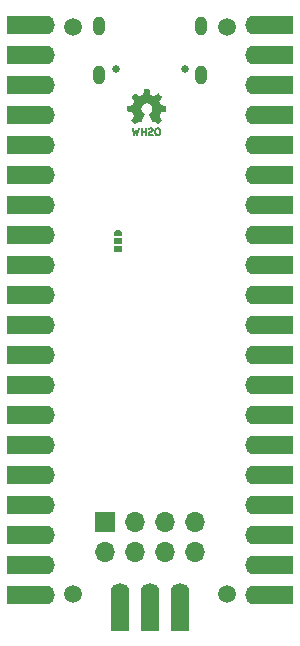
<source format=gbr>
%TF.GenerationSoftware,KiCad,Pcbnew,(6.0.9)*%
%TF.CreationDate,2023-01-07T18:48:54+05:30*%
%TF.ProjectId,Mitayi-Pico-RP2040,4d697461-7969-42d5-9069-636f2d525032,0.5*%
%TF.SameCoordinates,PX825e060PY6d4a840*%
%TF.FileFunction,Soldermask,Bot*%
%TF.FilePolarity,Negative*%
%FSLAX46Y46*%
G04 Gerber Fmt 4.6, Leading zero omitted, Abs format (unit mm)*
G04 Created by KiCad (PCBNEW (6.0.9)) date 2023-01-07 18:48:54*
%MOMM*%
%LPD*%
G01*
G04 APERTURE LIST*
G04 Aperture macros list*
%AMRoundRect*
0 Rectangle with rounded corners*
0 $1 Rounding radius*
0 $2 $3 $4 $5 $6 $7 $8 $9 X,Y pos of 4 corners*
0 Add a 4 corners polygon primitive as box body*
4,1,4,$2,$3,$4,$5,$6,$7,$8,$9,$2,$3,0*
0 Add four circle primitives for the rounded corners*
1,1,$1+$1,$2,$3*
1,1,$1+$1,$4,$5*
1,1,$1+$1,$6,$7*
1,1,$1+$1,$8,$9*
0 Add four rect primitives between the rounded corners*
20,1,$1+$1,$2,$3,$4,$5,0*
20,1,$1+$1,$4,$5,$6,$7,0*
20,1,$1+$1,$6,$7,$8,$9,0*
20,1,$1+$1,$8,$9,$2,$3,0*%
%AMOutline5P*
0 Free polygon, 5 corners , with rotation*
0 The origin of the aperture is its center*
0 number of corners: always 5*
0 $1 to $10 corner X, Y*
0 $11 Rotation angle, in degrees counterclockwise*
0 create outline with 5 corners*
4,1,5,$1,$2,$3,$4,$5,$6,$7,$8,$9,$10,$1,$2,$11*%
%AMOutline6P*
0 Free polygon, 6 corners , with rotation*
0 The origin of the aperture is its center*
0 number of corners: always 6*
0 $1 to $12 corner X, Y*
0 $13 Rotation angle, in degrees counterclockwise*
0 create outline with 6 corners*
4,1,6,$1,$2,$3,$4,$5,$6,$7,$8,$9,$10,$11,$12,$1,$2,$13*%
%AMOutline7P*
0 Free polygon, 7 corners , with rotation*
0 The origin of the aperture is its center*
0 number of corners: always 7*
0 $1 to $14 corner X, Y*
0 $15 Rotation angle, in degrees counterclockwise*
0 create outline with 7 corners*
4,1,7,$1,$2,$3,$4,$5,$6,$7,$8,$9,$10,$11,$12,$13,$14,$1,$2,$15*%
%AMOutline8P*
0 Free polygon, 8 corners , with rotation*
0 The origin of the aperture is its center*
0 number of corners: always 8*
0 $1 to $16 corner X, Y*
0 $17 Rotation angle, in degrees counterclockwise*
0 create outline with 8 corners*
4,1,8,$1,$2,$3,$4,$5,$6,$7,$8,$9,$10,$11,$12,$13,$14,$15,$16,$1,$2,$17*%
G04 Aperture macros list end*
%ADD10C,0.150000*%
%ADD11C,1.500000*%
%ADD12O,1.600000X1.700000*%
%ADD13R,1.600000X3.200000*%
%ADD14RoundRect,0.500000X0.000000X0.300000X0.000000X0.300000X0.000000X-0.300000X0.000000X-0.300000X0*%
%ADD15C,0.670000*%
%ADD16R,3.200000X1.600000*%
%ADD17O,1.700000X1.600000*%
%ADD18O,1.700000X1.700000*%
%ADD19R,1.700000X1.700000*%
%ADD20Outline6P,-0.290000X0.117000X-0.087000X0.320000X0.290000X0.320000X0.290000X-0.320000X-0.087000X-0.320000X-0.290000X-0.117000X270.000000*%
%ADD21R,0.640000X0.500000*%
%ADD22R,0.640000X0.580000*%
G04 APERTURE END LIST*
D10*
X11200000Y40928572D02*
X11085714Y40928572D01*
X11028571Y40900000D01*
X10971428Y40842858D01*
X10942857Y40728572D01*
X10942857Y40528572D01*
X10971428Y40414286D01*
X11028571Y40357143D01*
X11085714Y40328572D01*
X11200000Y40328572D01*
X11257142Y40357143D01*
X11314285Y40414286D01*
X11342857Y40528572D01*
X11342857Y40728572D01*
X11314285Y40842858D01*
X11257142Y40900000D01*
X11200000Y40928572D01*
X10714285Y40357143D02*
X10628571Y40328572D01*
X10485714Y40328572D01*
X10428571Y40357143D01*
X10400000Y40385715D01*
X10371428Y40442858D01*
X10371428Y40500000D01*
X10400000Y40557143D01*
X10428571Y40585715D01*
X10485714Y40614286D01*
X10600000Y40642858D01*
X10657142Y40671429D01*
X10685714Y40700000D01*
X10714285Y40757143D01*
X10714285Y40814286D01*
X10685714Y40871429D01*
X10657142Y40900000D01*
X10600000Y40928572D01*
X10457142Y40928572D01*
X10371428Y40900000D01*
X10114285Y40328572D02*
X10114285Y40928572D01*
X10114285Y40642858D02*
X9771428Y40642858D01*
X9771428Y40328572D02*
X9771428Y40928572D01*
X9542857Y40928572D02*
X9400000Y40328572D01*
X9285714Y40757143D01*
X9171428Y40328572D01*
X9028571Y40928572D01*
%TO.C,G\u002A\u002A\u002A*%
G36*
X10268110Y44218025D02*
G01*
X10308672Y44217517D01*
X10345646Y44216722D01*
X10377560Y44215640D01*
X10402942Y44214269D01*
X10420319Y44212607D01*
X10428217Y44210652D01*
X10430585Y44206918D01*
X10434582Y44195317D01*
X10439679Y44175606D01*
X10446001Y44147220D01*
X10453672Y44109591D01*
X10462818Y44062153D01*
X10473562Y44004340D01*
X10478758Y43976028D01*
X10488468Y43923412D01*
X10496543Y43880288D01*
X10503199Y43845695D01*
X10508651Y43818674D01*
X10513116Y43798264D01*
X10516811Y43783506D01*
X10519952Y43773438D01*
X10522755Y43767102D01*
X10525436Y43763536D01*
X10528212Y43761781D01*
X10528531Y43761652D01*
X10536484Y43758395D01*
X10553129Y43751563D01*
X10577089Y43741723D01*
X10606987Y43729438D01*
X10641446Y43715277D01*
X10679088Y43699803D01*
X10699391Y43691476D01*
X10738814Y43675490D01*
X10769724Y43663315D01*
X10793273Y43654557D01*
X10810615Y43648819D01*
X10822904Y43645707D01*
X10831294Y43644827D01*
X10836938Y43645783D01*
X10837178Y43645880D01*
X10845354Y43650526D01*
X10861455Y43660704D01*
X10884378Y43675681D01*
X10913022Y43694726D01*
X10946283Y43717104D01*
X10983060Y43742084D01*
X11022250Y43768934D01*
X11025876Y43771427D01*
X11064606Y43797960D01*
X11100592Y43822428D01*
X11132774Y43844125D01*
X11160091Y43862343D01*
X11181484Y43876374D01*
X11195892Y43885511D01*
X11202254Y43889047D01*
X11204995Y43888035D01*
X11215493Y43880153D01*
X11233000Y43864831D01*
X11257123Y43842437D01*
X11287467Y43813338D01*
X11323640Y43777905D01*
X11365248Y43736505D01*
X11366617Y43735134D01*
X11405988Y43695597D01*
X11438133Y43663047D01*
X11463723Y43636746D01*
X11483426Y43615954D01*
X11497912Y43599933D01*
X11507848Y43587942D01*
X11513903Y43579243D01*
X11516748Y43573097D01*
X11517050Y43568765D01*
X11517007Y43568586D01*
X11513021Y43560708D01*
X11503464Y43544895D01*
X11489053Y43522245D01*
X11470505Y43493855D01*
X11448538Y43460824D01*
X11423868Y43424249D01*
X11397212Y43385229D01*
X11371150Y43347026D01*
X11346019Y43309574D01*
X11323996Y43276110D01*
X11305733Y43247651D01*
X11291881Y43225212D01*
X11283091Y43209808D01*
X11280014Y43202455D01*
X11280689Y43198821D01*
X11285089Y43185285D01*
X11292995Y43164172D01*
X11303714Y43137097D01*
X11316557Y43105678D01*
X11330832Y43071532D01*
X11345847Y43036276D01*
X11360911Y43001527D01*
X11375332Y42968901D01*
X11388420Y42940016D01*
X11399482Y42916488D01*
X11407829Y42899936D01*
X11412767Y42891974D01*
X11416036Y42889687D01*
X11424893Y42886069D01*
X11439542Y42881770D01*
X11460838Y42876596D01*
X11489637Y42870357D01*
X11526794Y42862859D01*
X11573164Y42853912D01*
X11629603Y42843323D01*
X11651095Y42839316D01*
X11704753Y42829144D01*
X11748472Y42820556D01*
X11782984Y42813389D01*
X11809018Y42807481D01*
X11827308Y42802668D01*
X11838584Y42798789D01*
X11843578Y42795679D01*
X11844589Y42793650D01*
X11846318Y42785614D01*
X11847704Y42771542D01*
X11848774Y42750595D01*
X11849554Y42721931D01*
X11850071Y42684712D01*
X11850353Y42638097D01*
X11850426Y42581247D01*
X11850425Y42580020D01*
X11850316Y42533005D01*
X11850046Y42489158D01*
X11849638Y42449796D01*
X11849110Y42416238D01*
X11848485Y42389803D01*
X11847781Y42371809D01*
X11847021Y42363573D01*
X11846750Y42362557D01*
X11845539Y42358861D01*
X11843398Y42355630D01*
X11839331Y42352617D01*
X11832340Y42349572D01*
X11821430Y42346249D01*
X11805605Y42342400D01*
X11783868Y42337776D01*
X11755224Y42332131D01*
X11718675Y42325216D01*
X11673226Y42316785D01*
X11617880Y42306588D01*
X11599693Y42303224D01*
X11546233Y42293104D01*
X11503073Y42284518D01*
X11469711Y42277355D01*
X11445647Y42271502D01*
X11430383Y42266849D01*
X11423417Y42263285D01*
X11423383Y42263249D01*
X11418976Y42255636D01*
X11411291Y42239264D01*
X11400959Y42215710D01*
X11388613Y42186555D01*
X11374883Y42153377D01*
X11360402Y42117755D01*
X11345803Y42081269D01*
X11331716Y42045497D01*
X11318774Y42012019D01*
X11307609Y41982414D01*
X11298852Y41958261D01*
X11293136Y41941138D01*
X11291092Y41932626D01*
X11293899Y41926032D01*
X11302353Y41911300D01*
X11315752Y41889639D01*
X11333389Y41862149D01*
X11354555Y41829934D01*
X11378542Y41794096D01*
X11404644Y41755737D01*
X11429698Y41718930D01*
X11453787Y41682962D01*
X11475083Y41650571D01*
X11492879Y41622858D01*
X11506466Y41600926D01*
X11515138Y41585878D01*
X11518185Y41578818D01*
X11518084Y41578144D01*
X11512763Y41569540D01*
X11499417Y41553490D01*
X11478121Y41530076D01*
X11448951Y41499380D01*
X11411984Y41461483D01*
X11367296Y41416468D01*
X11354128Y41403315D01*
X11311142Y41360757D01*
X11275545Y41326178D01*
X11247222Y41299472D01*
X11226057Y41280529D01*
X11211932Y41269242D01*
X11204733Y41265504D01*
X11198798Y41267922D01*
X11184518Y41276007D01*
X11163266Y41289083D01*
X11136160Y41306433D01*
X11104315Y41327342D01*
X11068849Y41351092D01*
X11030880Y41376968D01*
X10997054Y41400040D01*
X10961249Y41424059D01*
X10928938Y41445314D01*
X10901237Y41463087D01*
X10879264Y41476664D01*
X10864138Y41485329D01*
X10856974Y41488366D01*
X10854053Y41487817D01*
X10841507Y41483113D01*
X10822241Y41474376D01*
X10798285Y41462553D01*
X10771669Y41448591D01*
X10766589Y41445864D01*
X10737587Y41430926D01*
X10714017Y41419898D01*
X10697233Y41413378D01*
X10688590Y41411961D01*
X10684980Y41416359D01*
X10677577Y41430067D01*
X10666550Y41453203D01*
X10651835Y41485915D01*
X10633366Y41528352D01*
X10611077Y41580665D01*
X10584902Y41643002D01*
X10554775Y41715512D01*
X10529544Y41776498D01*
X10501792Y41843595D01*
X10477795Y41901660D01*
X10457289Y41951360D01*
X10440009Y41993364D01*
X10425691Y42028339D01*
X10414071Y42056952D01*
X10404882Y42079871D01*
X10397862Y42097763D01*
X10392745Y42111297D01*
X10389268Y42121140D01*
X10387164Y42127959D01*
X10386170Y42132422D01*
X10386022Y42135196D01*
X10386454Y42136950D01*
X10387201Y42138350D01*
X10387456Y42138729D01*
X10394230Y42145055D01*
X10408026Y42156069D01*
X10426982Y42170330D01*
X10449236Y42186396D01*
X10500051Y42225959D01*
X10551264Y42276114D01*
X10592473Y42330007D01*
X10624111Y42388322D01*
X10646608Y42451743D01*
X10660396Y42520953D01*
X10664061Y42575925D01*
X10659012Y42642110D01*
X10644095Y42706224D01*
X10619974Y42767303D01*
X10587311Y42824386D01*
X10546770Y42876512D01*
X10499013Y42922717D01*
X10444703Y42962041D01*
X10384505Y42993520D01*
X10319079Y43016194D01*
X10291112Y43022108D01*
X10242841Y43027407D01*
X10191605Y43028212D01*
X10141728Y43024519D01*
X10097536Y43016327D01*
X10037571Y42996326D01*
X9974701Y42964861D01*
X9917983Y42924736D01*
X9868131Y42876654D01*
X9825861Y42821318D01*
X9791887Y42759430D01*
X9766926Y42691692D01*
X9762534Y42675277D01*
X9758394Y42654850D01*
X9755896Y42633092D01*
X9754702Y42606761D01*
X9754472Y42572613D01*
X9754887Y42544504D01*
X9757205Y42506136D01*
X9762292Y42472846D01*
X9770989Y42441059D01*
X9784135Y42407198D01*
X9802570Y42367685D01*
X9805058Y42362637D01*
X9817903Y42337867D01*
X9829972Y42317943D01*
X9843513Y42299798D01*
X9860776Y42280362D01*
X9884010Y42256568D01*
X9906595Y42235087D01*
X9933716Y42211366D01*
X9960200Y42190035D01*
X9982610Y42173971D01*
X9994486Y42166098D01*
X10013939Y42151815D01*
X10024878Y42141072D01*
X10028303Y42132976D01*
X10026384Y42126302D01*
X10020564Y42110325D01*
X10011262Y42086153D01*
X9998903Y42054811D01*
X9983910Y42017324D01*
X9966708Y41974720D01*
X9947721Y41928021D01*
X9927373Y41878256D01*
X9906088Y41826447D01*
X9884290Y41773622D01*
X9862403Y41720806D01*
X9840852Y41669024D01*
X9820060Y41619301D01*
X9800451Y41572663D01*
X9782450Y41530136D01*
X9766481Y41492744D01*
X9752967Y41461514D01*
X9742333Y41437471D01*
X9735003Y41421639D01*
X9731400Y41415046D01*
X9730507Y41414210D01*
X9726203Y41412177D01*
X9719557Y41412601D01*
X9709092Y41416052D01*
X9693333Y41423099D01*
X9670802Y41434310D01*
X9640022Y41450256D01*
X9556768Y41493774D01*
X9503144Y41457955D01*
X9494219Y41451968D01*
X9470219Y41435735D01*
X9440273Y41415356D01*
X9406502Y41392278D01*
X9371029Y41367953D01*
X9335979Y41343828D01*
X9311816Y41327335D01*
X9281849Y41307381D01*
X9255443Y41290359D01*
X9233972Y41277131D01*
X9218807Y41268561D01*
X9211323Y41265512D01*
X9210459Y41265705D01*
X9202284Y41271119D01*
X9187842Y41283208D01*
X9168156Y41300950D01*
X9144246Y41323324D01*
X9117133Y41349307D01*
X9087838Y41377877D01*
X9057382Y41408012D01*
X9026786Y41438689D01*
X8997070Y41468888D01*
X8969255Y41497585D01*
X8944363Y41523759D01*
X8923414Y41546387D01*
X8907429Y41564448D01*
X8897430Y41576919D01*
X8894435Y41582778D01*
X8898037Y41588839D01*
X8907235Y41603015D01*
X8921288Y41624180D01*
X8939470Y41651256D01*
X8961057Y41683163D01*
X8985325Y41718822D01*
X9011548Y41757155D01*
X9037157Y41794725D01*
X9061222Y41830483D01*
X9082489Y41862550D01*
X9100256Y41889842D01*
X9113818Y41911279D01*
X9122471Y41925779D01*
X9125512Y41932260D01*
X9125170Y41934253D01*
X9121606Y41945622D01*
X9114663Y41964952D01*
X9104953Y41990718D01*
X9093090Y42021396D01*
X9079690Y42055461D01*
X9065364Y42091388D01*
X9050729Y42127652D01*
X9036396Y42162730D01*
X9022980Y42195096D01*
X9011095Y42223226D01*
X9001355Y42245594D01*
X8994373Y42260677D01*
X8990764Y42266949D01*
X8990673Y42267013D01*
X8983394Y42269245D01*
X8966527Y42273173D01*
X8941322Y42278544D01*
X8909028Y42285103D01*
X8870896Y42292597D01*
X8828177Y42300770D01*
X8782119Y42309369D01*
X8734227Y42318296D01*
X8684441Y42327862D01*
X8644574Y42335914D01*
X8614065Y42342576D01*
X8592348Y42347971D01*
X8578860Y42352225D01*
X8573037Y42355461D01*
X8571167Y42362792D01*
X8569494Y42379775D01*
X8568111Y42404829D01*
X8567016Y42436481D01*
X8566208Y42473259D01*
X8565686Y42513690D01*
X8565446Y42556302D01*
X8565489Y42599621D01*
X8565811Y42642174D01*
X8566412Y42682490D01*
X8567290Y42719096D01*
X8568443Y42750519D01*
X8569869Y42775285D01*
X8571568Y42791923D01*
X8573536Y42798960D01*
X8573841Y42799156D01*
X8582094Y42801758D01*
X8599848Y42806043D01*
X8625860Y42811751D01*
X8658888Y42818623D01*
X8697689Y42826400D01*
X8741022Y42834823D01*
X8787644Y42843632D01*
X8834636Y42852533D01*
X8879536Y42861338D01*
X8919109Y42869412D01*
X8952238Y42876518D01*
X8977808Y42882413D01*
X8994702Y42886860D01*
X9001804Y42889618D01*
X9005225Y42895192D01*
X9012518Y42909827D01*
X9022737Y42931735D01*
X9035205Y42959337D01*
X9049242Y42991052D01*
X9064170Y43025300D01*
X9079311Y43060503D01*
X9093984Y43095080D01*
X9107512Y43127452D01*
X9119215Y43156039D01*
X9128415Y43179260D01*
X9134432Y43195537D01*
X9136589Y43203289D01*
X9136456Y43203930D01*
X9132190Y43212231D01*
X9122419Y43228361D01*
X9107828Y43251274D01*
X9089098Y43279924D01*
X9066914Y43313262D01*
X9041958Y43350242D01*
X9014912Y43389818D01*
X9009099Y43398282D01*
X8982444Y43437326D01*
X8958011Y43473492D01*
X8936482Y43505743D01*
X8918540Y43533043D01*
X8904868Y43554355D01*
X8896148Y43568642D01*
X8893063Y43574866D01*
X8896811Y43580472D01*
X8907461Y43592771D01*
X8923981Y43610722D01*
X8945340Y43633284D01*
X8970505Y43659417D01*
X8998443Y43688083D01*
X9028123Y43718241D01*
X9058512Y43748852D01*
X9088578Y43778875D01*
X9117288Y43807271D01*
X9143611Y43833000D01*
X9166513Y43855022D01*
X9184964Y43872298D01*
X9197930Y43883787D01*
X9204379Y43888450D01*
X9207829Y43887945D01*
X9219306Y43882578D01*
X9238432Y43871484D01*
X9265466Y43854499D01*
X9300663Y43831460D01*
X9344283Y43802203D01*
X9396583Y43766566D01*
X9409566Y43757681D01*
X9448946Y43730893D01*
X9485325Y43706388D01*
X9517686Y43684837D01*
X9545010Y43666909D01*
X9566279Y43653274D01*
X9580475Y43644601D01*
X9586580Y43641562D01*
X9590093Y43642286D01*
X9603243Y43646653D01*
X9623976Y43654388D01*
X9650664Y43664812D01*
X9681683Y43677250D01*
X9715407Y43691026D01*
X9750210Y43705462D01*
X9784466Y43719883D01*
X9816550Y43733612D01*
X9844837Y43745973D01*
X9867700Y43756289D01*
X9883513Y43763884D01*
X9890652Y43768081D01*
X9893049Y43772376D01*
X9897302Y43785401D01*
X9902796Y43807125D01*
X9909631Y43837996D01*
X9917903Y43878462D01*
X9927712Y43928972D01*
X9939155Y43989974D01*
X9941218Y44001083D01*
X9950031Y44047750D01*
X9958399Y44090854D01*
X9966069Y44129174D01*
X9972789Y44161485D01*
X9978305Y44186564D01*
X9982364Y44203188D01*
X9984713Y44210133D01*
X9991216Y44212022D01*
X10007455Y44213736D01*
X10031888Y44215179D01*
X10063044Y44216347D01*
X10099449Y44217240D01*
X10139631Y44217856D01*
X10182117Y44218193D01*
X10225435Y44218250D01*
X10268110Y44218025D01*
G37*
%TD*%
D11*
%TO.C,H3*%
X17000000Y1490000D03*
%TD*%
D12*
%TO.C,J5*%
X7950000Y1600000D03*
D13*
X7950000Y-10000D03*
D12*
X10490000Y1600000D03*
D13*
X10490000Y-10000D03*
D12*
X13030000Y1600000D03*
D13*
X13030000Y-10000D03*
%TD*%
D11*
%TO.C,H2*%
X4000000Y1490000D03*
%TD*%
D14*
%TO.C,J2*%
X6190000Y49570000D03*
X14830000Y49570000D03*
X6190000Y45390000D03*
X14830000Y45390000D03*
D15*
X13410000Y45920000D03*
X7610000Y45920000D03*
%TD*%
D11*
%TO.C,H4*%
X17000000Y49490000D03*
%TD*%
%TO.C,H1*%
X4000000Y49490000D03*
%TD*%
D16*
%TO.C,J3*%
X-10000Y49700000D03*
D17*
X1600000Y49700000D03*
D16*
X-10000Y47160000D03*
D17*
X1600000Y47160000D03*
D16*
X-10000Y44620000D03*
D17*
X1600000Y44620000D03*
D16*
X-10000Y42080000D03*
D17*
X1600000Y42080000D03*
X1600000Y39540000D03*
D16*
X-10000Y39540000D03*
D17*
X1600000Y37000000D03*
D16*
X-10000Y37000000D03*
X-10000Y34460000D03*
D17*
X1600000Y34460000D03*
D16*
X-10000Y31920000D03*
D17*
X1600000Y31920000D03*
X1600000Y29380000D03*
D16*
X-10000Y29380000D03*
X-10000Y26840000D03*
D17*
X1600000Y26840000D03*
D16*
X-10000Y24300000D03*
D17*
X1600000Y24300000D03*
D16*
X-10000Y21760000D03*
D17*
X1600000Y21760000D03*
D16*
X-10000Y19220000D03*
D17*
X1600000Y19220000D03*
D16*
X-10000Y16680000D03*
D17*
X1600000Y16680000D03*
D16*
X-10000Y14140000D03*
D17*
X1600000Y14140000D03*
D16*
X-10000Y11600000D03*
D17*
X1600000Y11600000D03*
X1600000Y9060000D03*
D16*
X-10000Y9060000D03*
X-10000Y6520000D03*
D17*
X1600000Y6520000D03*
D16*
X-10000Y3980000D03*
D17*
X1600000Y3980000D03*
D16*
X-10000Y1440000D03*
D17*
X1600000Y1440000D03*
%TD*%
D18*
%TO.C,J1*%
X14295000Y5060000D03*
X14295000Y7600000D03*
X11755000Y5060000D03*
X11755000Y7600000D03*
X9215000Y5060000D03*
X9215000Y7600000D03*
X6675000Y5060000D03*
D19*
X6675000Y7600000D03*
%TD*%
D20*
%TO.C,JP6*%
X7765000Y32055000D03*
D21*
X7765000Y31365000D03*
D22*
X7765000Y30675000D03*
%TD*%
D16*
%TO.C,J4*%
X21010000Y49700000D03*
D17*
X19400000Y49700000D03*
D16*
X21010000Y47160000D03*
D17*
X19400000Y47160000D03*
D16*
X21010000Y44620000D03*
D17*
X19400000Y44620000D03*
X19400000Y42080000D03*
D16*
X21010000Y42080000D03*
D17*
X19400000Y39540000D03*
D16*
X21010000Y39540000D03*
X21010000Y37000000D03*
D17*
X19400000Y37000000D03*
D16*
X21010000Y34460000D03*
D17*
X19400000Y34460000D03*
X19400000Y31920000D03*
D16*
X21010000Y31920000D03*
X21010000Y29380000D03*
D17*
X19400000Y29380000D03*
D16*
X21010000Y26840000D03*
D17*
X19400000Y26840000D03*
D16*
X21010000Y24300000D03*
D17*
X19400000Y24300000D03*
D16*
X21010000Y21760000D03*
D17*
X19400000Y21760000D03*
X19400000Y19220000D03*
D16*
X21010000Y19220000D03*
D17*
X19400000Y16680000D03*
D16*
X21010000Y16680000D03*
X21010000Y14140000D03*
D17*
X19400000Y14140000D03*
X19400000Y11600000D03*
D16*
X21010000Y11600000D03*
X21010000Y9060000D03*
D17*
X19400000Y9060000D03*
X19400000Y6520000D03*
D16*
X21010000Y6520000D03*
X21010000Y3980000D03*
D17*
X19400000Y3980000D03*
D16*
X21010000Y1440000D03*
D17*
X19400000Y1440000D03*
%TD*%
M02*

</source>
